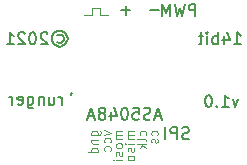
<source format=gbo>
G04 #@! TF.GenerationSoftware,KiCad,Pcbnew,(5.1.6-0-10_14)*
G04 #@! TF.CreationDate,2021-01-19T17:30:13+01:00*
G04 #@! TF.ProjectId,Encoder,456e636f-6465-4722-9e6b-696361645f70,1.1*
G04 #@! TF.SameCoordinates,Original*
G04 #@! TF.FileFunction,Legend,Bot*
G04 #@! TF.FilePolarity,Positive*
%FSLAX46Y46*%
G04 Gerber Fmt 4.6, Leading zero omitted, Abs format (unit mm)*
G04 Created by KiCad (PCBNEW (5.1.6-0-10_14)) date 2021-01-19 17:30:13*
%MOMM*%
%LPD*%
G01*
G04 APERTURE LIST*
%ADD10C,0.120000*%
%ADD11C,0.100000*%
%ADD12C,0.150000*%
G04 APERTURE END LIST*
D10*
X115113000Y-88587000D02*
X115813000Y-88587000D01*
X115113000Y-87962000D02*
X115113000Y-88587000D01*
X114413000Y-87962000D02*
X115113000Y-87962000D01*
X114413000Y-88587000D02*
X114413000Y-87962000D01*
X113738000Y-88587000D02*
X114413000Y-88587000D01*
D11*
X114366571Y-98765333D02*
X115014190Y-98765333D01*
X115090380Y-98727238D01*
X115128476Y-98689142D01*
X115166571Y-98612952D01*
X115166571Y-98498666D01*
X115128476Y-98422476D01*
X114861809Y-98765333D02*
X114899904Y-98689142D01*
X114899904Y-98536761D01*
X114861809Y-98460571D01*
X114823714Y-98422476D01*
X114747523Y-98384380D01*
X114518952Y-98384380D01*
X114442761Y-98422476D01*
X114404666Y-98460571D01*
X114366571Y-98536761D01*
X114366571Y-98689142D01*
X114404666Y-98765333D01*
X114366571Y-99146285D02*
X114899904Y-99146285D01*
X114442761Y-99146285D02*
X114404666Y-99184380D01*
X114366571Y-99260571D01*
X114366571Y-99374857D01*
X114404666Y-99451047D01*
X114480857Y-99489142D01*
X114899904Y-99489142D01*
X114899904Y-100212952D02*
X114099904Y-100212952D01*
X114861809Y-100212952D02*
X114899904Y-100136761D01*
X114899904Y-99984380D01*
X114861809Y-99908190D01*
X114823714Y-99870095D01*
X114747523Y-99832000D01*
X114518952Y-99832000D01*
X114442761Y-99870095D01*
X114404666Y-99908190D01*
X114366571Y-99984380D01*
X114366571Y-100136761D01*
X114404666Y-100212952D01*
X115466571Y-98346285D02*
X115999904Y-98536761D01*
X115466571Y-98727238D01*
X115961809Y-99374857D02*
X115999904Y-99298666D01*
X115999904Y-99146285D01*
X115961809Y-99070095D01*
X115923714Y-99032000D01*
X115847523Y-98993904D01*
X115618952Y-98993904D01*
X115542761Y-99032000D01*
X115504666Y-99070095D01*
X115466571Y-99146285D01*
X115466571Y-99298666D01*
X115504666Y-99374857D01*
X115961809Y-100060571D02*
X115999904Y-99984380D01*
X115999904Y-99832000D01*
X115961809Y-99755809D01*
X115923714Y-99717714D01*
X115847523Y-99679619D01*
X115618952Y-99679619D01*
X115542761Y-99717714D01*
X115504666Y-99755809D01*
X115466571Y-99832000D01*
X115466571Y-99984380D01*
X115504666Y-100060571D01*
X116999904Y-98422476D02*
X116466571Y-98422476D01*
X116542761Y-98422476D02*
X116504666Y-98460571D01*
X116466571Y-98536761D01*
X116466571Y-98651047D01*
X116504666Y-98727238D01*
X116580857Y-98765333D01*
X116999904Y-98765333D01*
X116580857Y-98765333D02*
X116504666Y-98803428D01*
X116466571Y-98879619D01*
X116466571Y-98993904D01*
X116504666Y-99070095D01*
X116580857Y-99108190D01*
X116999904Y-99108190D01*
X116999904Y-99603428D02*
X116961809Y-99527238D01*
X116923714Y-99489142D01*
X116847523Y-99451047D01*
X116618952Y-99451047D01*
X116542761Y-99489142D01*
X116504666Y-99527238D01*
X116466571Y-99603428D01*
X116466571Y-99717714D01*
X116504666Y-99793904D01*
X116542761Y-99832000D01*
X116618952Y-99870095D01*
X116847523Y-99870095D01*
X116923714Y-99832000D01*
X116961809Y-99793904D01*
X116999904Y-99717714D01*
X116999904Y-99603428D01*
X116961809Y-100174857D02*
X116999904Y-100251047D01*
X116999904Y-100403428D01*
X116961809Y-100479619D01*
X116885619Y-100517714D01*
X116847523Y-100517714D01*
X116771333Y-100479619D01*
X116733238Y-100403428D01*
X116733238Y-100289142D01*
X116695142Y-100212952D01*
X116618952Y-100174857D01*
X116580857Y-100174857D01*
X116504666Y-100212952D01*
X116466571Y-100289142D01*
X116466571Y-100403428D01*
X116504666Y-100479619D01*
X116999904Y-100860571D02*
X116466571Y-100860571D01*
X116199904Y-100860571D02*
X116238000Y-100822476D01*
X116276095Y-100860571D01*
X116238000Y-100898666D01*
X116199904Y-100860571D01*
X116276095Y-100860571D01*
X117999904Y-98422476D02*
X117466571Y-98422476D01*
X117542761Y-98422476D02*
X117504666Y-98460571D01*
X117466571Y-98536761D01*
X117466571Y-98651047D01*
X117504666Y-98727238D01*
X117580857Y-98765333D01*
X117999904Y-98765333D01*
X117580857Y-98765333D02*
X117504666Y-98803428D01*
X117466571Y-98879619D01*
X117466571Y-98993904D01*
X117504666Y-99070095D01*
X117580857Y-99108190D01*
X117999904Y-99108190D01*
X117999904Y-99489142D02*
X117466571Y-99489142D01*
X117199904Y-99489142D02*
X117238000Y-99451047D01*
X117276095Y-99489142D01*
X117238000Y-99527238D01*
X117199904Y-99489142D01*
X117276095Y-99489142D01*
X117961809Y-99832000D02*
X117999904Y-99908190D01*
X117999904Y-100060571D01*
X117961809Y-100136761D01*
X117885619Y-100174857D01*
X117847523Y-100174857D01*
X117771333Y-100136761D01*
X117733238Y-100060571D01*
X117733238Y-99946285D01*
X117695142Y-99870095D01*
X117618952Y-99832000D01*
X117580857Y-99832000D01*
X117504666Y-99870095D01*
X117466571Y-99946285D01*
X117466571Y-100060571D01*
X117504666Y-100136761D01*
X117999904Y-100632000D02*
X117961809Y-100555809D01*
X117923714Y-100517714D01*
X117847523Y-100479619D01*
X117618952Y-100479619D01*
X117542761Y-100517714D01*
X117504666Y-100555809D01*
X117466571Y-100632000D01*
X117466571Y-100746285D01*
X117504666Y-100822476D01*
X117542761Y-100860571D01*
X117618952Y-100898666D01*
X117847523Y-100898666D01*
X117923714Y-100860571D01*
X117961809Y-100822476D01*
X117999904Y-100746285D01*
X117999904Y-100632000D01*
X118961809Y-98765333D02*
X118999904Y-98689142D01*
X118999904Y-98536761D01*
X118961809Y-98460571D01*
X118923714Y-98422476D01*
X118847523Y-98384380D01*
X118618952Y-98384380D01*
X118542761Y-98422476D01*
X118504666Y-98460571D01*
X118466571Y-98536761D01*
X118466571Y-98689142D01*
X118504666Y-98765333D01*
X118999904Y-99222476D02*
X118961809Y-99146285D01*
X118885619Y-99108190D01*
X118199904Y-99108190D01*
X118999904Y-99527238D02*
X118199904Y-99527238D01*
X118695142Y-99603428D02*
X118999904Y-99832000D01*
X118466571Y-99832000D02*
X118771333Y-99527238D01*
D12*
X120235619Y-97161666D02*
X119759428Y-97161666D01*
X120330857Y-97447380D02*
X119997523Y-96447380D01*
X119664190Y-97447380D01*
X119378476Y-97399761D02*
X119235619Y-97447380D01*
X118997523Y-97447380D01*
X118902285Y-97399761D01*
X118854666Y-97352142D01*
X118807047Y-97256904D01*
X118807047Y-97161666D01*
X118854666Y-97066428D01*
X118902285Y-97018809D01*
X118997523Y-96971190D01*
X119188000Y-96923571D01*
X119283238Y-96875952D01*
X119330857Y-96828333D01*
X119378476Y-96733095D01*
X119378476Y-96637857D01*
X119330857Y-96542619D01*
X119283238Y-96495000D01*
X119188000Y-96447380D01*
X118949904Y-96447380D01*
X118807047Y-96495000D01*
X117902285Y-96447380D02*
X118378476Y-96447380D01*
X118426095Y-96923571D01*
X118378476Y-96875952D01*
X118283238Y-96828333D01*
X118045142Y-96828333D01*
X117949904Y-96875952D01*
X117902285Y-96923571D01*
X117854666Y-97018809D01*
X117854666Y-97256904D01*
X117902285Y-97352142D01*
X117949904Y-97399761D01*
X118045142Y-97447380D01*
X118283238Y-97447380D01*
X118378476Y-97399761D01*
X118426095Y-97352142D01*
X117235619Y-96447380D02*
X117140380Y-96447380D01*
X117045142Y-96495000D01*
X116997523Y-96542619D01*
X116949904Y-96637857D01*
X116902285Y-96828333D01*
X116902285Y-97066428D01*
X116949904Y-97256904D01*
X116997523Y-97352142D01*
X117045142Y-97399761D01*
X117140380Y-97447380D01*
X117235619Y-97447380D01*
X117330857Y-97399761D01*
X117378476Y-97352142D01*
X117426095Y-97256904D01*
X117473714Y-97066428D01*
X117473714Y-96828333D01*
X117426095Y-96637857D01*
X117378476Y-96542619D01*
X117330857Y-96495000D01*
X117235619Y-96447380D01*
X116045142Y-96780714D02*
X116045142Y-97447380D01*
X116283238Y-96399761D02*
X116521333Y-97114047D01*
X115902285Y-97114047D01*
X115378476Y-96875952D02*
X115473714Y-96828333D01*
X115521333Y-96780714D01*
X115568952Y-96685476D01*
X115568952Y-96637857D01*
X115521333Y-96542619D01*
X115473714Y-96495000D01*
X115378476Y-96447380D01*
X115188000Y-96447380D01*
X115092761Y-96495000D01*
X115045142Y-96542619D01*
X114997523Y-96637857D01*
X114997523Y-96685476D01*
X115045142Y-96780714D01*
X115092761Y-96828333D01*
X115188000Y-96875952D01*
X115378476Y-96875952D01*
X115473714Y-96923571D01*
X115521333Y-96971190D01*
X115568952Y-97066428D01*
X115568952Y-97256904D01*
X115521333Y-97352142D01*
X115473714Y-97399761D01*
X115378476Y-97447380D01*
X115188000Y-97447380D01*
X115092761Y-97399761D01*
X115045142Y-97352142D01*
X114997523Y-97256904D01*
X114997523Y-97066428D01*
X115045142Y-96971190D01*
X115092761Y-96923571D01*
X115188000Y-96875952D01*
X114616571Y-97161666D02*
X114140380Y-97161666D01*
X114711809Y-97447380D02*
X114378476Y-96447380D01*
X114045142Y-97447380D01*
X112688000Y-95219142D02*
X112735619Y-95266761D01*
X112688000Y-95314380D01*
X112640380Y-95266761D01*
X112688000Y-95219142D01*
X112688000Y-95314380D01*
D11*
X119961809Y-98765333D02*
X119999904Y-98689142D01*
X119999904Y-98536761D01*
X119961809Y-98460571D01*
X119923714Y-98422476D01*
X119847523Y-98384380D01*
X119618952Y-98384380D01*
X119542761Y-98422476D01*
X119504666Y-98460571D01*
X119466571Y-98536761D01*
X119466571Y-98689142D01*
X119504666Y-98765333D01*
X119961809Y-99070095D02*
X119999904Y-99146285D01*
X119999904Y-99298666D01*
X119961809Y-99374857D01*
X119885619Y-99412952D01*
X119847523Y-99412952D01*
X119771333Y-99374857D01*
X119733238Y-99298666D01*
X119733238Y-99184380D01*
X119695142Y-99108190D01*
X119618952Y-99070095D01*
X119580857Y-99070095D01*
X119504666Y-99108190D01*
X119466571Y-99184380D01*
X119466571Y-99298666D01*
X119504666Y-99374857D01*
D12*
X120068952Y-88183428D02*
X119307047Y-88183428D01*
X117668952Y-88183428D02*
X116907047Y-88183428D01*
X117288000Y-88564380D02*
X117288000Y-87802476D01*
X111502285Y-90302476D02*
X111597523Y-90254857D01*
X111788000Y-90254857D01*
X111883238Y-90302476D01*
X111978476Y-90397714D01*
X112026095Y-90492952D01*
X112026095Y-90683428D01*
X111978476Y-90778666D01*
X111883238Y-90873904D01*
X111788000Y-90921523D01*
X111597523Y-90921523D01*
X111502285Y-90873904D01*
X111692761Y-89921523D02*
X111930857Y-89969142D01*
X112168952Y-90112000D01*
X112311809Y-90350095D01*
X112359428Y-90588190D01*
X112311809Y-90826285D01*
X112168952Y-91064380D01*
X111930857Y-91207238D01*
X111692761Y-91254857D01*
X111454666Y-91207238D01*
X111216571Y-91064380D01*
X111073714Y-90826285D01*
X111026095Y-90588190D01*
X111073714Y-90350095D01*
X111216571Y-90112000D01*
X111454666Y-89969142D01*
X111692761Y-89921523D01*
X110645142Y-90159619D02*
X110597523Y-90112000D01*
X110502285Y-90064380D01*
X110264190Y-90064380D01*
X110168952Y-90112000D01*
X110121333Y-90159619D01*
X110073714Y-90254857D01*
X110073714Y-90350095D01*
X110121333Y-90492952D01*
X110692761Y-91064380D01*
X110073714Y-91064380D01*
X109454666Y-90064380D02*
X109359428Y-90064380D01*
X109264190Y-90112000D01*
X109216571Y-90159619D01*
X109168952Y-90254857D01*
X109121333Y-90445333D01*
X109121333Y-90683428D01*
X109168952Y-90873904D01*
X109216571Y-90969142D01*
X109264190Y-91016761D01*
X109359428Y-91064380D01*
X109454666Y-91064380D01*
X109549904Y-91016761D01*
X109597523Y-90969142D01*
X109645142Y-90873904D01*
X109692761Y-90683428D01*
X109692761Y-90445333D01*
X109645142Y-90254857D01*
X109597523Y-90159619D01*
X109549904Y-90112000D01*
X109454666Y-90064380D01*
X108740380Y-90159619D02*
X108692761Y-90112000D01*
X108597523Y-90064380D01*
X108359428Y-90064380D01*
X108264190Y-90112000D01*
X108216571Y-90159619D01*
X108168952Y-90254857D01*
X108168952Y-90350095D01*
X108216571Y-90492952D01*
X108788000Y-91064380D01*
X108168952Y-91064380D01*
X107216571Y-91064380D02*
X107788000Y-91064380D01*
X107502285Y-91064380D02*
X107502285Y-90064380D01*
X107597523Y-90207238D01*
X107692761Y-90302476D01*
X107788000Y-90350095D01*
X111854666Y-96164380D02*
X111854666Y-95497714D01*
X111854666Y-95688190D02*
X111807047Y-95592952D01*
X111759428Y-95545333D01*
X111664190Y-95497714D01*
X111568952Y-95497714D01*
X110807047Y-95497714D02*
X110807047Y-96164380D01*
X111235619Y-95497714D02*
X111235619Y-96021523D01*
X111188000Y-96116761D01*
X111092761Y-96164380D01*
X110949904Y-96164380D01*
X110854666Y-96116761D01*
X110807047Y-96069142D01*
X110330857Y-95497714D02*
X110330857Y-96164380D01*
X110330857Y-95592952D02*
X110283238Y-95545333D01*
X110188000Y-95497714D01*
X110045142Y-95497714D01*
X109949904Y-95545333D01*
X109902285Y-95640571D01*
X109902285Y-96164380D01*
X108997523Y-95497714D02*
X108997523Y-96307238D01*
X109045142Y-96402476D01*
X109092761Y-96450095D01*
X109188000Y-96497714D01*
X109330857Y-96497714D01*
X109426095Y-96450095D01*
X108997523Y-96116761D02*
X109092761Y-96164380D01*
X109283238Y-96164380D01*
X109378476Y-96116761D01*
X109426095Y-96069142D01*
X109473714Y-95973904D01*
X109473714Y-95688190D01*
X109426095Y-95592952D01*
X109378476Y-95545333D01*
X109283238Y-95497714D01*
X109092761Y-95497714D01*
X108997523Y-95545333D01*
X108140380Y-96116761D02*
X108235619Y-96164380D01*
X108426095Y-96164380D01*
X108521333Y-96116761D01*
X108568952Y-96021523D01*
X108568952Y-95640571D01*
X108521333Y-95545333D01*
X108426095Y-95497714D01*
X108235619Y-95497714D01*
X108140380Y-95545333D01*
X108092761Y-95640571D01*
X108092761Y-95735809D01*
X108568952Y-95831047D01*
X107664190Y-96164380D02*
X107664190Y-95497714D01*
X107664190Y-95688190D02*
X107616571Y-95592952D01*
X107568952Y-95545333D01*
X107473714Y-95497714D01*
X107378476Y-95497714D01*
X123192761Y-88664380D02*
X123192761Y-87664380D01*
X122811809Y-87664380D01*
X122716571Y-87712000D01*
X122668952Y-87759619D01*
X122621333Y-87854857D01*
X122621333Y-87997714D01*
X122668952Y-88092952D01*
X122716571Y-88140571D01*
X122811809Y-88188190D01*
X123192761Y-88188190D01*
X122288000Y-87664380D02*
X122049904Y-88664380D01*
X121859428Y-87950095D01*
X121668952Y-88664380D01*
X121430857Y-87664380D01*
X121049904Y-88664380D02*
X121049904Y-87664380D01*
X120716571Y-88378666D01*
X120383238Y-87664380D01*
X120383238Y-88664380D01*
X122636809Y-99041761D02*
X122493952Y-99089380D01*
X122255857Y-99089380D01*
X122160619Y-99041761D01*
X122113000Y-98994142D01*
X122065380Y-98898904D01*
X122065380Y-98803666D01*
X122113000Y-98708428D01*
X122160619Y-98660809D01*
X122255857Y-98613190D01*
X122446333Y-98565571D01*
X122541571Y-98517952D01*
X122589190Y-98470333D01*
X122636809Y-98375095D01*
X122636809Y-98279857D01*
X122589190Y-98184619D01*
X122541571Y-98137000D01*
X122446333Y-98089380D01*
X122208238Y-98089380D01*
X122065380Y-98137000D01*
X121636809Y-99089380D02*
X121636809Y-98089380D01*
X121255857Y-98089380D01*
X121160619Y-98137000D01*
X121113000Y-98184619D01*
X121065380Y-98279857D01*
X121065380Y-98422714D01*
X121113000Y-98517952D01*
X121160619Y-98565571D01*
X121255857Y-98613190D01*
X121636809Y-98613190D01*
X120636809Y-99089380D02*
X120636809Y-98089380D01*
X126454666Y-91064380D02*
X127026095Y-91064380D01*
X126740380Y-91064380D02*
X126740380Y-90064380D01*
X126835619Y-90207238D01*
X126930857Y-90302476D01*
X127026095Y-90350095D01*
X125597523Y-90397714D02*
X125597523Y-91064380D01*
X125835619Y-90016761D02*
X126073714Y-90731047D01*
X125454666Y-90731047D01*
X125073714Y-91064380D02*
X125073714Y-90064380D01*
X125073714Y-90445333D02*
X124978476Y-90397714D01*
X124788000Y-90397714D01*
X124692761Y-90445333D01*
X124645142Y-90492952D01*
X124597523Y-90588190D01*
X124597523Y-90873904D01*
X124645142Y-90969142D01*
X124692761Y-91016761D01*
X124788000Y-91064380D01*
X124978476Y-91064380D01*
X125073714Y-91016761D01*
X124168952Y-91064380D02*
X124168952Y-90397714D01*
X124168952Y-90064380D02*
X124216571Y-90112000D01*
X124168952Y-90159619D01*
X124121333Y-90112000D01*
X124168952Y-90064380D01*
X124168952Y-90159619D01*
X123835619Y-90397714D02*
X123454666Y-90397714D01*
X123692761Y-90064380D02*
X123692761Y-90921523D01*
X123645142Y-91016761D01*
X123549904Y-91064380D01*
X123454666Y-91064380D01*
X126816571Y-95697714D02*
X126578476Y-96364380D01*
X126340380Y-95697714D01*
X125435619Y-96364380D02*
X126007047Y-96364380D01*
X125721333Y-96364380D02*
X125721333Y-95364380D01*
X125816571Y-95507238D01*
X125911809Y-95602476D01*
X126007047Y-95650095D01*
X125007047Y-96269142D02*
X124959428Y-96316761D01*
X125007047Y-96364380D01*
X125054666Y-96316761D01*
X125007047Y-96269142D01*
X125007047Y-96364380D01*
X124340380Y-95364380D02*
X124245142Y-95364380D01*
X124149904Y-95412000D01*
X124102285Y-95459619D01*
X124054666Y-95554857D01*
X124007047Y-95745333D01*
X124007047Y-95983428D01*
X124054666Y-96173904D01*
X124102285Y-96269142D01*
X124149904Y-96316761D01*
X124245142Y-96364380D01*
X124340380Y-96364380D01*
X124435619Y-96316761D01*
X124483238Y-96269142D01*
X124530857Y-96173904D01*
X124578476Y-95983428D01*
X124578476Y-95745333D01*
X124530857Y-95554857D01*
X124483238Y-95459619D01*
X124435619Y-95412000D01*
X124340380Y-95364380D01*
D10*
X113231246Y-95252000D02*
G75*
G03*
X113231246Y-95252000I-63246J0D01*
G01*
M02*

</source>
